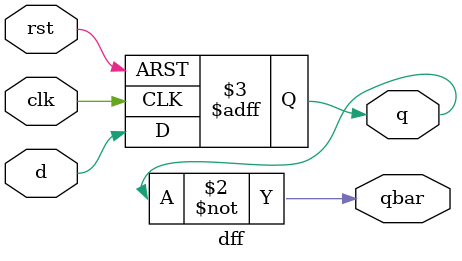
<source format=v>
`timescale 1ns / 1ps


module dff(
    input clk,
    input rst,
    input d,
    output reg q,
    output wire qbar
    );
    always@(posedge clk,posedge rst)
    begin
    if(rst)
    q<=0;
    else
    q<=d;
    end 
    assign qbar=~q;
endmodule

</source>
